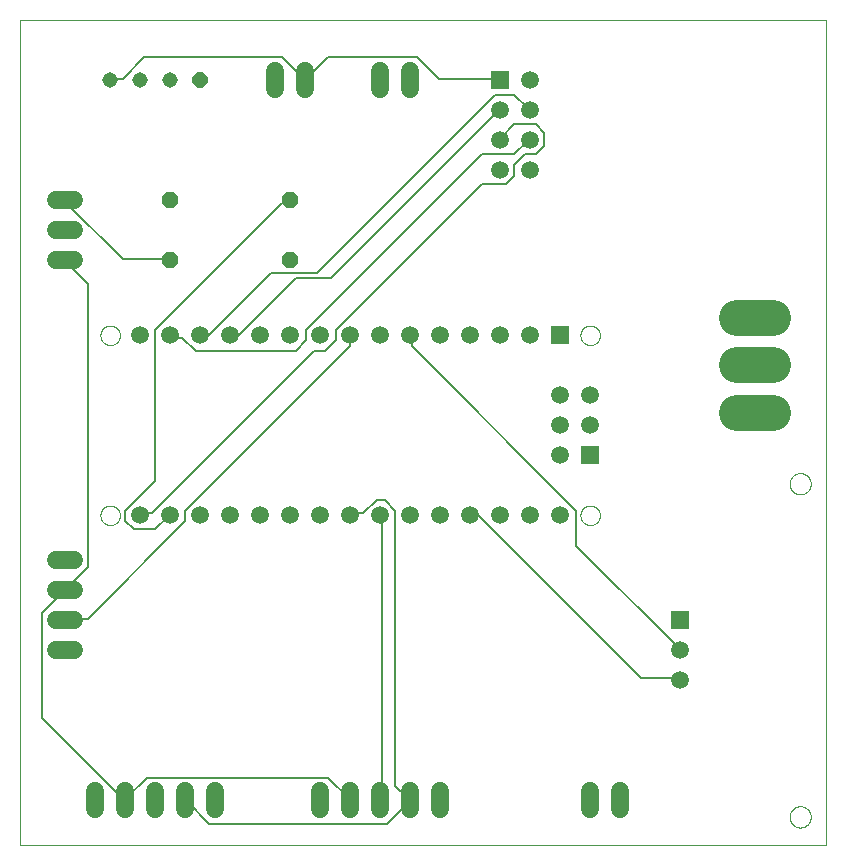
<source format=gbl>
G75*
%MOIN*%
%OFA0B0*%
%FSLAX25Y25*%
%IPPOS*%
%LPD*%
%AMOC8*
5,1,8,0,0,1.08239X$1,22.5*
%
%ADD10C,0.00000*%
%ADD11C,0.06000*%
%ADD12R,0.05937X0.05937*%
%ADD13C,0.05937*%
%ADD14OC8,0.05200*%
%ADD15OC8,0.05150*%
%ADD16C,0.05150*%
%ADD17C,0.11850*%
%ADD18C,0.00600*%
D10*
X0014365Y0001000D02*
X0014365Y0275961D01*
X0283066Y0275961D01*
X0283066Y0001000D01*
X0014365Y0001000D01*
X0041115Y0111000D02*
X0041117Y0111113D01*
X0041123Y0111227D01*
X0041133Y0111340D01*
X0041147Y0111452D01*
X0041164Y0111564D01*
X0041186Y0111676D01*
X0041212Y0111786D01*
X0041241Y0111896D01*
X0041274Y0112004D01*
X0041311Y0112112D01*
X0041352Y0112217D01*
X0041396Y0112322D01*
X0041444Y0112425D01*
X0041495Y0112526D01*
X0041550Y0112625D01*
X0041609Y0112722D01*
X0041671Y0112817D01*
X0041736Y0112910D01*
X0041804Y0113001D01*
X0041875Y0113089D01*
X0041950Y0113175D01*
X0042027Y0113258D01*
X0042107Y0113338D01*
X0042190Y0113415D01*
X0042276Y0113490D01*
X0042364Y0113561D01*
X0042455Y0113629D01*
X0042548Y0113694D01*
X0042643Y0113756D01*
X0042740Y0113815D01*
X0042839Y0113870D01*
X0042940Y0113921D01*
X0043043Y0113969D01*
X0043148Y0114013D01*
X0043253Y0114054D01*
X0043361Y0114091D01*
X0043469Y0114124D01*
X0043579Y0114153D01*
X0043689Y0114179D01*
X0043801Y0114201D01*
X0043913Y0114218D01*
X0044025Y0114232D01*
X0044138Y0114242D01*
X0044252Y0114248D01*
X0044365Y0114250D01*
X0044478Y0114248D01*
X0044592Y0114242D01*
X0044705Y0114232D01*
X0044817Y0114218D01*
X0044929Y0114201D01*
X0045041Y0114179D01*
X0045151Y0114153D01*
X0045261Y0114124D01*
X0045369Y0114091D01*
X0045477Y0114054D01*
X0045582Y0114013D01*
X0045687Y0113969D01*
X0045790Y0113921D01*
X0045891Y0113870D01*
X0045990Y0113815D01*
X0046087Y0113756D01*
X0046182Y0113694D01*
X0046275Y0113629D01*
X0046366Y0113561D01*
X0046454Y0113490D01*
X0046540Y0113415D01*
X0046623Y0113338D01*
X0046703Y0113258D01*
X0046780Y0113175D01*
X0046855Y0113089D01*
X0046926Y0113001D01*
X0046994Y0112910D01*
X0047059Y0112817D01*
X0047121Y0112722D01*
X0047180Y0112625D01*
X0047235Y0112526D01*
X0047286Y0112425D01*
X0047334Y0112322D01*
X0047378Y0112217D01*
X0047419Y0112112D01*
X0047456Y0112004D01*
X0047489Y0111896D01*
X0047518Y0111786D01*
X0047544Y0111676D01*
X0047566Y0111564D01*
X0047583Y0111452D01*
X0047597Y0111340D01*
X0047607Y0111227D01*
X0047613Y0111113D01*
X0047615Y0111000D01*
X0047613Y0110887D01*
X0047607Y0110773D01*
X0047597Y0110660D01*
X0047583Y0110548D01*
X0047566Y0110436D01*
X0047544Y0110324D01*
X0047518Y0110214D01*
X0047489Y0110104D01*
X0047456Y0109996D01*
X0047419Y0109888D01*
X0047378Y0109783D01*
X0047334Y0109678D01*
X0047286Y0109575D01*
X0047235Y0109474D01*
X0047180Y0109375D01*
X0047121Y0109278D01*
X0047059Y0109183D01*
X0046994Y0109090D01*
X0046926Y0108999D01*
X0046855Y0108911D01*
X0046780Y0108825D01*
X0046703Y0108742D01*
X0046623Y0108662D01*
X0046540Y0108585D01*
X0046454Y0108510D01*
X0046366Y0108439D01*
X0046275Y0108371D01*
X0046182Y0108306D01*
X0046087Y0108244D01*
X0045990Y0108185D01*
X0045891Y0108130D01*
X0045790Y0108079D01*
X0045687Y0108031D01*
X0045582Y0107987D01*
X0045477Y0107946D01*
X0045369Y0107909D01*
X0045261Y0107876D01*
X0045151Y0107847D01*
X0045041Y0107821D01*
X0044929Y0107799D01*
X0044817Y0107782D01*
X0044705Y0107768D01*
X0044592Y0107758D01*
X0044478Y0107752D01*
X0044365Y0107750D01*
X0044252Y0107752D01*
X0044138Y0107758D01*
X0044025Y0107768D01*
X0043913Y0107782D01*
X0043801Y0107799D01*
X0043689Y0107821D01*
X0043579Y0107847D01*
X0043469Y0107876D01*
X0043361Y0107909D01*
X0043253Y0107946D01*
X0043148Y0107987D01*
X0043043Y0108031D01*
X0042940Y0108079D01*
X0042839Y0108130D01*
X0042740Y0108185D01*
X0042643Y0108244D01*
X0042548Y0108306D01*
X0042455Y0108371D01*
X0042364Y0108439D01*
X0042276Y0108510D01*
X0042190Y0108585D01*
X0042107Y0108662D01*
X0042027Y0108742D01*
X0041950Y0108825D01*
X0041875Y0108911D01*
X0041804Y0108999D01*
X0041736Y0109090D01*
X0041671Y0109183D01*
X0041609Y0109278D01*
X0041550Y0109375D01*
X0041495Y0109474D01*
X0041444Y0109575D01*
X0041396Y0109678D01*
X0041352Y0109783D01*
X0041311Y0109888D01*
X0041274Y0109996D01*
X0041241Y0110104D01*
X0041212Y0110214D01*
X0041186Y0110324D01*
X0041164Y0110436D01*
X0041147Y0110548D01*
X0041133Y0110660D01*
X0041123Y0110773D01*
X0041117Y0110887D01*
X0041115Y0111000D01*
X0041115Y0171000D02*
X0041117Y0171113D01*
X0041123Y0171227D01*
X0041133Y0171340D01*
X0041147Y0171452D01*
X0041164Y0171564D01*
X0041186Y0171676D01*
X0041212Y0171786D01*
X0041241Y0171896D01*
X0041274Y0172004D01*
X0041311Y0172112D01*
X0041352Y0172217D01*
X0041396Y0172322D01*
X0041444Y0172425D01*
X0041495Y0172526D01*
X0041550Y0172625D01*
X0041609Y0172722D01*
X0041671Y0172817D01*
X0041736Y0172910D01*
X0041804Y0173001D01*
X0041875Y0173089D01*
X0041950Y0173175D01*
X0042027Y0173258D01*
X0042107Y0173338D01*
X0042190Y0173415D01*
X0042276Y0173490D01*
X0042364Y0173561D01*
X0042455Y0173629D01*
X0042548Y0173694D01*
X0042643Y0173756D01*
X0042740Y0173815D01*
X0042839Y0173870D01*
X0042940Y0173921D01*
X0043043Y0173969D01*
X0043148Y0174013D01*
X0043253Y0174054D01*
X0043361Y0174091D01*
X0043469Y0174124D01*
X0043579Y0174153D01*
X0043689Y0174179D01*
X0043801Y0174201D01*
X0043913Y0174218D01*
X0044025Y0174232D01*
X0044138Y0174242D01*
X0044252Y0174248D01*
X0044365Y0174250D01*
X0044478Y0174248D01*
X0044592Y0174242D01*
X0044705Y0174232D01*
X0044817Y0174218D01*
X0044929Y0174201D01*
X0045041Y0174179D01*
X0045151Y0174153D01*
X0045261Y0174124D01*
X0045369Y0174091D01*
X0045477Y0174054D01*
X0045582Y0174013D01*
X0045687Y0173969D01*
X0045790Y0173921D01*
X0045891Y0173870D01*
X0045990Y0173815D01*
X0046087Y0173756D01*
X0046182Y0173694D01*
X0046275Y0173629D01*
X0046366Y0173561D01*
X0046454Y0173490D01*
X0046540Y0173415D01*
X0046623Y0173338D01*
X0046703Y0173258D01*
X0046780Y0173175D01*
X0046855Y0173089D01*
X0046926Y0173001D01*
X0046994Y0172910D01*
X0047059Y0172817D01*
X0047121Y0172722D01*
X0047180Y0172625D01*
X0047235Y0172526D01*
X0047286Y0172425D01*
X0047334Y0172322D01*
X0047378Y0172217D01*
X0047419Y0172112D01*
X0047456Y0172004D01*
X0047489Y0171896D01*
X0047518Y0171786D01*
X0047544Y0171676D01*
X0047566Y0171564D01*
X0047583Y0171452D01*
X0047597Y0171340D01*
X0047607Y0171227D01*
X0047613Y0171113D01*
X0047615Y0171000D01*
X0047613Y0170887D01*
X0047607Y0170773D01*
X0047597Y0170660D01*
X0047583Y0170548D01*
X0047566Y0170436D01*
X0047544Y0170324D01*
X0047518Y0170214D01*
X0047489Y0170104D01*
X0047456Y0169996D01*
X0047419Y0169888D01*
X0047378Y0169783D01*
X0047334Y0169678D01*
X0047286Y0169575D01*
X0047235Y0169474D01*
X0047180Y0169375D01*
X0047121Y0169278D01*
X0047059Y0169183D01*
X0046994Y0169090D01*
X0046926Y0168999D01*
X0046855Y0168911D01*
X0046780Y0168825D01*
X0046703Y0168742D01*
X0046623Y0168662D01*
X0046540Y0168585D01*
X0046454Y0168510D01*
X0046366Y0168439D01*
X0046275Y0168371D01*
X0046182Y0168306D01*
X0046087Y0168244D01*
X0045990Y0168185D01*
X0045891Y0168130D01*
X0045790Y0168079D01*
X0045687Y0168031D01*
X0045582Y0167987D01*
X0045477Y0167946D01*
X0045369Y0167909D01*
X0045261Y0167876D01*
X0045151Y0167847D01*
X0045041Y0167821D01*
X0044929Y0167799D01*
X0044817Y0167782D01*
X0044705Y0167768D01*
X0044592Y0167758D01*
X0044478Y0167752D01*
X0044365Y0167750D01*
X0044252Y0167752D01*
X0044138Y0167758D01*
X0044025Y0167768D01*
X0043913Y0167782D01*
X0043801Y0167799D01*
X0043689Y0167821D01*
X0043579Y0167847D01*
X0043469Y0167876D01*
X0043361Y0167909D01*
X0043253Y0167946D01*
X0043148Y0167987D01*
X0043043Y0168031D01*
X0042940Y0168079D01*
X0042839Y0168130D01*
X0042740Y0168185D01*
X0042643Y0168244D01*
X0042548Y0168306D01*
X0042455Y0168371D01*
X0042364Y0168439D01*
X0042276Y0168510D01*
X0042190Y0168585D01*
X0042107Y0168662D01*
X0042027Y0168742D01*
X0041950Y0168825D01*
X0041875Y0168911D01*
X0041804Y0168999D01*
X0041736Y0169090D01*
X0041671Y0169183D01*
X0041609Y0169278D01*
X0041550Y0169375D01*
X0041495Y0169474D01*
X0041444Y0169575D01*
X0041396Y0169678D01*
X0041352Y0169783D01*
X0041311Y0169888D01*
X0041274Y0169996D01*
X0041241Y0170104D01*
X0041212Y0170214D01*
X0041186Y0170324D01*
X0041164Y0170436D01*
X0041147Y0170548D01*
X0041133Y0170660D01*
X0041123Y0170773D01*
X0041117Y0170887D01*
X0041115Y0171000D01*
X0201115Y0171000D02*
X0201117Y0171113D01*
X0201123Y0171227D01*
X0201133Y0171340D01*
X0201147Y0171452D01*
X0201164Y0171564D01*
X0201186Y0171676D01*
X0201212Y0171786D01*
X0201241Y0171896D01*
X0201274Y0172004D01*
X0201311Y0172112D01*
X0201352Y0172217D01*
X0201396Y0172322D01*
X0201444Y0172425D01*
X0201495Y0172526D01*
X0201550Y0172625D01*
X0201609Y0172722D01*
X0201671Y0172817D01*
X0201736Y0172910D01*
X0201804Y0173001D01*
X0201875Y0173089D01*
X0201950Y0173175D01*
X0202027Y0173258D01*
X0202107Y0173338D01*
X0202190Y0173415D01*
X0202276Y0173490D01*
X0202364Y0173561D01*
X0202455Y0173629D01*
X0202548Y0173694D01*
X0202643Y0173756D01*
X0202740Y0173815D01*
X0202839Y0173870D01*
X0202940Y0173921D01*
X0203043Y0173969D01*
X0203148Y0174013D01*
X0203253Y0174054D01*
X0203361Y0174091D01*
X0203469Y0174124D01*
X0203579Y0174153D01*
X0203689Y0174179D01*
X0203801Y0174201D01*
X0203913Y0174218D01*
X0204025Y0174232D01*
X0204138Y0174242D01*
X0204252Y0174248D01*
X0204365Y0174250D01*
X0204478Y0174248D01*
X0204592Y0174242D01*
X0204705Y0174232D01*
X0204817Y0174218D01*
X0204929Y0174201D01*
X0205041Y0174179D01*
X0205151Y0174153D01*
X0205261Y0174124D01*
X0205369Y0174091D01*
X0205477Y0174054D01*
X0205582Y0174013D01*
X0205687Y0173969D01*
X0205790Y0173921D01*
X0205891Y0173870D01*
X0205990Y0173815D01*
X0206087Y0173756D01*
X0206182Y0173694D01*
X0206275Y0173629D01*
X0206366Y0173561D01*
X0206454Y0173490D01*
X0206540Y0173415D01*
X0206623Y0173338D01*
X0206703Y0173258D01*
X0206780Y0173175D01*
X0206855Y0173089D01*
X0206926Y0173001D01*
X0206994Y0172910D01*
X0207059Y0172817D01*
X0207121Y0172722D01*
X0207180Y0172625D01*
X0207235Y0172526D01*
X0207286Y0172425D01*
X0207334Y0172322D01*
X0207378Y0172217D01*
X0207419Y0172112D01*
X0207456Y0172004D01*
X0207489Y0171896D01*
X0207518Y0171786D01*
X0207544Y0171676D01*
X0207566Y0171564D01*
X0207583Y0171452D01*
X0207597Y0171340D01*
X0207607Y0171227D01*
X0207613Y0171113D01*
X0207615Y0171000D01*
X0207613Y0170887D01*
X0207607Y0170773D01*
X0207597Y0170660D01*
X0207583Y0170548D01*
X0207566Y0170436D01*
X0207544Y0170324D01*
X0207518Y0170214D01*
X0207489Y0170104D01*
X0207456Y0169996D01*
X0207419Y0169888D01*
X0207378Y0169783D01*
X0207334Y0169678D01*
X0207286Y0169575D01*
X0207235Y0169474D01*
X0207180Y0169375D01*
X0207121Y0169278D01*
X0207059Y0169183D01*
X0206994Y0169090D01*
X0206926Y0168999D01*
X0206855Y0168911D01*
X0206780Y0168825D01*
X0206703Y0168742D01*
X0206623Y0168662D01*
X0206540Y0168585D01*
X0206454Y0168510D01*
X0206366Y0168439D01*
X0206275Y0168371D01*
X0206182Y0168306D01*
X0206087Y0168244D01*
X0205990Y0168185D01*
X0205891Y0168130D01*
X0205790Y0168079D01*
X0205687Y0168031D01*
X0205582Y0167987D01*
X0205477Y0167946D01*
X0205369Y0167909D01*
X0205261Y0167876D01*
X0205151Y0167847D01*
X0205041Y0167821D01*
X0204929Y0167799D01*
X0204817Y0167782D01*
X0204705Y0167768D01*
X0204592Y0167758D01*
X0204478Y0167752D01*
X0204365Y0167750D01*
X0204252Y0167752D01*
X0204138Y0167758D01*
X0204025Y0167768D01*
X0203913Y0167782D01*
X0203801Y0167799D01*
X0203689Y0167821D01*
X0203579Y0167847D01*
X0203469Y0167876D01*
X0203361Y0167909D01*
X0203253Y0167946D01*
X0203148Y0167987D01*
X0203043Y0168031D01*
X0202940Y0168079D01*
X0202839Y0168130D01*
X0202740Y0168185D01*
X0202643Y0168244D01*
X0202548Y0168306D01*
X0202455Y0168371D01*
X0202364Y0168439D01*
X0202276Y0168510D01*
X0202190Y0168585D01*
X0202107Y0168662D01*
X0202027Y0168742D01*
X0201950Y0168825D01*
X0201875Y0168911D01*
X0201804Y0168999D01*
X0201736Y0169090D01*
X0201671Y0169183D01*
X0201609Y0169278D01*
X0201550Y0169375D01*
X0201495Y0169474D01*
X0201444Y0169575D01*
X0201396Y0169678D01*
X0201352Y0169783D01*
X0201311Y0169888D01*
X0201274Y0169996D01*
X0201241Y0170104D01*
X0201212Y0170214D01*
X0201186Y0170324D01*
X0201164Y0170436D01*
X0201147Y0170548D01*
X0201133Y0170660D01*
X0201123Y0170773D01*
X0201117Y0170887D01*
X0201115Y0171000D01*
X0201115Y0111000D02*
X0201117Y0111113D01*
X0201123Y0111227D01*
X0201133Y0111340D01*
X0201147Y0111452D01*
X0201164Y0111564D01*
X0201186Y0111676D01*
X0201212Y0111786D01*
X0201241Y0111896D01*
X0201274Y0112004D01*
X0201311Y0112112D01*
X0201352Y0112217D01*
X0201396Y0112322D01*
X0201444Y0112425D01*
X0201495Y0112526D01*
X0201550Y0112625D01*
X0201609Y0112722D01*
X0201671Y0112817D01*
X0201736Y0112910D01*
X0201804Y0113001D01*
X0201875Y0113089D01*
X0201950Y0113175D01*
X0202027Y0113258D01*
X0202107Y0113338D01*
X0202190Y0113415D01*
X0202276Y0113490D01*
X0202364Y0113561D01*
X0202455Y0113629D01*
X0202548Y0113694D01*
X0202643Y0113756D01*
X0202740Y0113815D01*
X0202839Y0113870D01*
X0202940Y0113921D01*
X0203043Y0113969D01*
X0203148Y0114013D01*
X0203253Y0114054D01*
X0203361Y0114091D01*
X0203469Y0114124D01*
X0203579Y0114153D01*
X0203689Y0114179D01*
X0203801Y0114201D01*
X0203913Y0114218D01*
X0204025Y0114232D01*
X0204138Y0114242D01*
X0204252Y0114248D01*
X0204365Y0114250D01*
X0204478Y0114248D01*
X0204592Y0114242D01*
X0204705Y0114232D01*
X0204817Y0114218D01*
X0204929Y0114201D01*
X0205041Y0114179D01*
X0205151Y0114153D01*
X0205261Y0114124D01*
X0205369Y0114091D01*
X0205477Y0114054D01*
X0205582Y0114013D01*
X0205687Y0113969D01*
X0205790Y0113921D01*
X0205891Y0113870D01*
X0205990Y0113815D01*
X0206087Y0113756D01*
X0206182Y0113694D01*
X0206275Y0113629D01*
X0206366Y0113561D01*
X0206454Y0113490D01*
X0206540Y0113415D01*
X0206623Y0113338D01*
X0206703Y0113258D01*
X0206780Y0113175D01*
X0206855Y0113089D01*
X0206926Y0113001D01*
X0206994Y0112910D01*
X0207059Y0112817D01*
X0207121Y0112722D01*
X0207180Y0112625D01*
X0207235Y0112526D01*
X0207286Y0112425D01*
X0207334Y0112322D01*
X0207378Y0112217D01*
X0207419Y0112112D01*
X0207456Y0112004D01*
X0207489Y0111896D01*
X0207518Y0111786D01*
X0207544Y0111676D01*
X0207566Y0111564D01*
X0207583Y0111452D01*
X0207597Y0111340D01*
X0207607Y0111227D01*
X0207613Y0111113D01*
X0207615Y0111000D01*
X0207613Y0110887D01*
X0207607Y0110773D01*
X0207597Y0110660D01*
X0207583Y0110548D01*
X0207566Y0110436D01*
X0207544Y0110324D01*
X0207518Y0110214D01*
X0207489Y0110104D01*
X0207456Y0109996D01*
X0207419Y0109888D01*
X0207378Y0109783D01*
X0207334Y0109678D01*
X0207286Y0109575D01*
X0207235Y0109474D01*
X0207180Y0109375D01*
X0207121Y0109278D01*
X0207059Y0109183D01*
X0206994Y0109090D01*
X0206926Y0108999D01*
X0206855Y0108911D01*
X0206780Y0108825D01*
X0206703Y0108742D01*
X0206623Y0108662D01*
X0206540Y0108585D01*
X0206454Y0108510D01*
X0206366Y0108439D01*
X0206275Y0108371D01*
X0206182Y0108306D01*
X0206087Y0108244D01*
X0205990Y0108185D01*
X0205891Y0108130D01*
X0205790Y0108079D01*
X0205687Y0108031D01*
X0205582Y0107987D01*
X0205477Y0107946D01*
X0205369Y0107909D01*
X0205261Y0107876D01*
X0205151Y0107847D01*
X0205041Y0107821D01*
X0204929Y0107799D01*
X0204817Y0107782D01*
X0204705Y0107768D01*
X0204592Y0107758D01*
X0204478Y0107752D01*
X0204365Y0107750D01*
X0204252Y0107752D01*
X0204138Y0107758D01*
X0204025Y0107768D01*
X0203913Y0107782D01*
X0203801Y0107799D01*
X0203689Y0107821D01*
X0203579Y0107847D01*
X0203469Y0107876D01*
X0203361Y0107909D01*
X0203253Y0107946D01*
X0203148Y0107987D01*
X0203043Y0108031D01*
X0202940Y0108079D01*
X0202839Y0108130D01*
X0202740Y0108185D01*
X0202643Y0108244D01*
X0202548Y0108306D01*
X0202455Y0108371D01*
X0202364Y0108439D01*
X0202276Y0108510D01*
X0202190Y0108585D01*
X0202107Y0108662D01*
X0202027Y0108742D01*
X0201950Y0108825D01*
X0201875Y0108911D01*
X0201804Y0108999D01*
X0201736Y0109090D01*
X0201671Y0109183D01*
X0201609Y0109278D01*
X0201550Y0109375D01*
X0201495Y0109474D01*
X0201444Y0109575D01*
X0201396Y0109678D01*
X0201352Y0109783D01*
X0201311Y0109888D01*
X0201274Y0109996D01*
X0201241Y0110104D01*
X0201212Y0110214D01*
X0201186Y0110324D01*
X0201164Y0110436D01*
X0201147Y0110548D01*
X0201133Y0110660D01*
X0201123Y0110773D01*
X0201117Y0110887D01*
X0201115Y0111000D01*
X0270822Y0121512D02*
X0270824Y0121630D01*
X0270830Y0121749D01*
X0270840Y0121867D01*
X0270854Y0121984D01*
X0270871Y0122101D01*
X0270893Y0122218D01*
X0270919Y0122333D01*
X0270948Y0122448D01*
X0270981Y0122562D01*
X0271018Y0122674D01*
X0271059Y0122785D01*
X0271103Y0122895D01*
X0271151Y0123003D01*
X0271203Y0123110D01*
X0271258Y0123215D01*
X0271317Y0123318D01*
X0271379Y0123418D01*
X0271444Y0123517D01*
X0271513Y0123614D01*
X0271584Y0123708D01*
X0271659Y0123799D01*
X0271737Y0123889D01*
X0271818Y0123975D01*
X0271902Y0124059D01*
X0271988Y0124140D01*
X0272078Y0124218D01*
X0272169Y0124293D01*
X0272263Y0124364D01*
X0272360Y0124433D01*
X0272459Y0124498D01*
X0272559Y0124560D01*
X0272662Y0124619D01*
X0272767Y0124674D01*
X0272874Y0124726D01*
X0272982Y0124774D01*
X0273092Y0124818D01*
X0273203Y0124859D01*
X0273315Y0124896D01*
X0273429Y0124929D01*
X0273544Y0124958D01*
X0273659Y0124984D01*
X0273776Y0125006D01*
X0273893Y0125023D01*
X0274010Y0125037D01*
X0274128Y0125047D01*
X0274247Y0125053D01*
X0274365Y0125055D01*
X0274483Y0125053D01*
X0274602Y0125047D01*
X0274720Y0125037D01*
X0274837Y0125023D01*
X0274954Y0125006D01*
X0275071Y0124984D01*
X0275186Y0124958D01*
X0275301Y0124929D01*
X0275415Y0124896D01*
X0275527Y0124859D01*
X0275638Y0124818D01*
X0275748Y0124774D01*
X0275856Y0124726D01*
X0275963Y0124674D01*
X0276068Y0124619D01*
X0276171Y0124560D01*
X0276271Y0124498D01*
X0276370Y0124433D01*
X0276467Y0124364D01*
X0276561Y0124293D01*
X0276652Y0124218D01*
X0276742Y0124140D01*
X0276828Y0124059D01*
X0276912Y0123975D01*
X0276993Y0123889D01*
X0277071Y0123799D01*
X0277146Y0123708D01*
X0277217Y0123614D01*
X0277286Y0123517D01*
X0277351Y0123418D01*
X0277413Y0123318D01*
X0277472Y0123215D01*
X0277527Y0123110D01*
X0277579Y0123003D01*
X0277627Y0122895D01*
X0277671Y0122785D01*
X0277712Y0122674D01*
X0277749Y0122562D01*
X0277782Y0122448D01*
X0277811Y0122333D01*
X0277837Y0122218D01*
X0277859Y0122101D01*
X0277876Y0121984D01*
X0277890Y0121867D01*
X0277900Y0121749D01*
X0277906Y0121630D01*
X0277908Y0121512D01*
X0277906Y0121394D01*
X0277900Y0121275D01*
X0277890Y0121157D01*
X0277876Y0121040D01*
X0277859Y0120923D01*
X0277837Y0120806D01*
X0277811Y0120691D01*
X0277782Y0120576D01*
X0277749Y0120462D01*
X0277712Y0120350D01*
X0277671Y0120239D01*
X0277627Y0120129D01*
X0277579Y0120021D01*
X0277527Y0119914D01*
X0277472Y0119809D01*
X0277413Y0119706D01*
X0277351Y0119606D01*
X0277286Y0119507D01*
X0277217Y0119410D01*
X0277146Y0119316D01*
X0277071Y0119225D01*
X0276993Y0119135D01*
X0276912Y0119049D01*
X0276828Y0118965D01*
X0276742Y0118884D01*
X0276652Y0118806D01*
X0276561Y0118731D01*
X0276467Y0118660D01*
X0276370Y0118591D01*
X0276271Y0118526D01*
X0276171Y0118464D01*
X0276068Y0118405D01*
X0275963Y0118350D01*
X0275856Y0118298D01*
X0275748Y0118250D01*
X0275638Y0118206D01*
X0275527Y0118165D01*
X0275415Y0118128D01*
X0275301Y0118095D01*
X0275186Y0118066D01*
X0275071Y0118040D01*
X0274954Y0118018D01*
X0274837Y0118001D01*
X0274720Y0117987D01*
X0274602Y0117977D01*
X0274483Y0117971D01*
X0274365Y0117969D01*
X0274247Y0117971D01*
X0274128Y0117977D01*
X0274010Y0117987D01*
X0273893Y0118001D01*
X0273776Y0118018D01*
X0273659Y0118040D01*
X0273544Y0118066D01*
X0273429Y0118095D01*
X0273315Y0118128D01*
X0273203Y0118165D01*
X0273092Y0118206D01*
X0272982Y0118250D01*
X0272874Y0118298D01*
X0272767Y0118350D01*
X0272662Y0118405D01*
X0272559Y0118464D01*
X0272459Y0118526D01*
X0272360Y0118591D01*
X0272263Y0118660D01*
X0272169Y0118731D01*
X0272078Y0118806D01*
X0271988Y0118884D01*
X0271902Y0118965D01*
X0271818Y0119049D01*
X0271737Y0119135D01*
X0271659Y0119225D01*
X0271584Y0119316D01*
X0271513Y0119410D01*
X0271444Y0119507D01*
X0271379Y0119606D01*
X0271317Y0119706D01*
X0271258Y0119809D01*
X0271203Y0119914D01*
X0271151Y0120021D01*
X0271103Y0120129D01*
X0271059Y0120239D01*
X0271018Y0120350D01*
X0270981Y0120462D01*
X0270948Y0120576D01*
X0270919Y0120691D01*
X0270893Y0120806D01*
X0270871Y0120923D01*
X0270854Y0121040D01*
X0270840Y0121157D01*
X0270830Y0121275D01*
X0270824Y0121394D01*
X0270822Y0121512D01*
X0270822Y0010488D02*
X0270824Y0010606D01*
X0270830Y0010725D01*
X0270840Y0010843D01*
X0270854Y0010960D01*
X0270871Y0011077D01*
X0270893Y0011194D01*
X0270919Y0011309D01*
X0270948Y0011424D01*
X0270981Y0011538D01*
X0271018Y0011650D01*
X0271059Y0011761D01*
X0271103Y0011871D01*
X0271151Y0011979D01*
X0271203Y0012086D01*
X0271258Y0012191D01*
X0271317Y0012294D01*
X0271379Y0012394D01*
X0271444Y0012493D01*
X0271513Y0012590D01*
X0271584Y0012684D01*
X0271659Y0012775D01*
X0271737Y0012865D01*
X0271818Y0012951D01*
X0271902Y0013035D01*
X0271988Y0013116D01*
X0272078Y0013194D01*
X0272169Y0013269D01*
X0272263Y0013340D01*
X0272360Y0013409D01*
X0272459Y0013474D01*
X0272559Y0013536D01*
X0272662Y0013595D01*
X0272767Y0013650D01*
X0272874Y0013702D01*
X0272982Y0013750D01*
X0273092Y0013794D01*
X0273203Y0013835D01*
X0273315Y0013872D01*
X0273429Y0013905D01*
X0273544Y0013934D01*
X0273659Y0013960D01*
X0273776Y0013982D01*
X0273893Y0013999D01*
X0274010Y0014013D01*
X0274128Y0014023D01*
X0274247Y0014029D01*
X0274365Y0014031D01*
X0274483Y0014029D01*
X0274602Y0014023D01*
X0274720Y0014013D01*
X0274837Y0013999D01*
X0274954Y0013982D01*
X0275071Y0013960D01*
X0275186Y0013934D01*
X0275301Y0013905D01*
X0275415Y0013872D01*
X0275527Y0013835D01*
X0275638Y0013794D01*
X0275748Y0013750D01*
X0275856Y0013702D01*
X0275963Y0013650D01*
X0276068Y0013595D01*
X0276171Y0013536D01*
X0276271Y0013474D01*
X0276370Y0013409D01*
X0276467Y0013340D01*
X0276561Y0013269D01*
X0276652Y0013194D01*
X0276742Y0013116D01*
X0276828Y0013035D01*
X0276912Y0012951D01*
X0276993Y0012865D01*
X0277071Y0012775D01*
X0277146Y0012684D01*
X0277217Y0012590D01*
X0277286Y0012493D01*
X0277351Y0012394D01*
X0277413Y0012294D01*
X0277472Y0012191D01*
X0277527Y0012086D01*
X0277579Y0011979D01*
X0277627Y0011871D01*
X0277671Y0011761D01*
X0277712Y0011650D01*
X0277749Y0011538D01*
X0277782Y0011424D01*
X0277811Y0011309D01*
X0277837Y0011194D01*
X0277859Y0011077D01*
X0277876Y0010960D01*
X0277890Y0010843D01*
X0277900Y0010725D01*
X0277906Y0010606D01*
X0277908Y0010488D01*
X0277906Y0010370D01*
X0277900Y0010251D01*
X0277890Y0010133D01*
X0277876Y0010016D01*
X0277859Y0009899D01*
X0277837Y0009782D01*
X0277811Y0009667D01*
X0277782Y0009552D01*
X0277749Y0009438D01*
X0277712Y0009326D01*
X0277671Y0009215D01*
X0277627Y0009105D01*
X0277579Y0008997D01*
X0277527Y0008890D01*
X0277472Y0008785D01*
X0277413Y0008682D01*
X0277351Y0008582D01*
X0277286Y0008483D01*
X0277217Y0008386D01*
X0277146Y0008292D01*
X0277071Y0008201D01*
X0276993Y0008111D01*
X0276912Y0008025D01*
X0276828Y0007941D01*
X0276742Y0007860D01*
X0276652Y0007782D01*
X0276561Y0007707D01*
X0276467Y0007636D01*
X0276370Y0007567D01*
X0276271Y0007502D01*
X0276171Y0007440D01*
X0276068Y0007381D01*
X0275963Y0007326D01*
X0275856Y0007274D01*
X0275748Y0007226D01*
X0275638Y0007182D01*
X0275527Y0007141D01*
X0275415Y0007104D01*
X0275301Y0007071D01*
X0275186Y0007042D01*
X0275071Y0007016D01*
X0274954Y0006994D01*
X0274837Y0006977D01*
X0274720Y0006963D01*
X0274602Y0006953D01*
X0274483Y0006947D01*
X0274365Y0006945D01*
X0274247Y0006947D01*
X0274128Y0006953D01*
X0274010Y0006963D01*
X0273893Y0006977D01*
X0273776Y0006994D01*
X0273659Y0007016D01*
X0273544Y0007042D01*
X0273429Y0007071D01*
X0273315Y0007104D01*
X0273203Y0007141D01*
X0273092Y0007182D01*
X0272982Y0007226D01*
X0272874Y0007274D01*
X0272767Y0007326D01*
X0272662Y0007381D01*
X0272559Y0007440D01*
X0272459Y0007502D01*
X0272360Y0007567D01*
X0272263Y0007636D01*
X0272169Y0007707D01*
X0272078Y0007782D01*
X0271988Y0007860D01*
X0271902Y0007941D01*
X0271818Y0008025D01*
X0271737Y0008111D01*
X0271659Y0008201D01*
X0271584Y0008292D01*
X0271513Y0008386D01*
X0271444Y0008483D01*
X0271379Y0008582D01*
X0271317Y0008682D01*
X0271258Y0008785D01*
X0271203Y0008890D01*
X0271151Y0008997D01*
X0271103Y0009105D01*
X0271059Y0009215D01*
X0271018Y0009326D01*
X0270981Y0009438D01*
X0270948Y0009552D01*
X0270919Y0009667D01*
X0270893Y0009782D01*
X0270871Y0009899D01*
X0270854Y0010016D01*
X0270840Y0010133D01*
X0270830Y0010251D01*
X0270824Y0010370D01*
X0270822Y0010488D01*
D11*
X0214365Y0013000D02*
X0214365Y0019000D01*
X0204365Y0019000D02*
X0204365Y0013000D01*
X0154365Y0013000D02*
X0154365Y0019000D01*
X0144365Y0019000D02*
X0144365Y0013000D01*
X0134365Y0013000D02*
X0134365Y0019000D01*
X0124365Y0019000D02*
X0124365Y0013000D01*
X0114365Y0013000D02*
X0114365Y0019000D01*
X0079365Y0019000D02*
X0079365Y0013000D01*
X0069365Y0013000D02*
X0069365Y0019000D01*
X0059365Y0019000D02*
X0059365Y0013000D01*
X0049365Y0013000D02*
X0049365Y0019000D01*
X0039365Y0019000D02*
X0039365Y0013000D01*
X0032365Y0066000D02*
X0026365Y0066000D01*
X0026365Y0076000D02*
X0032365Y0076000D01*
X0032365Y0086000D02*
X0026365Y0086000D01*
X0026365Y0096000D02*
X0032365Y0096000D01*
X0032365Y0196000D02*
X0026365Y0196000D01*
X0026365Y0206000D02*
X0032365Y0206000D01*
X0032365Y0216000D02*
X0026365Y0216000D01*
X0099365Y0253000D02*
X0099365Y0259000D01*
X0109365Y0259000D02*
X0109365Y0253000D01*
X0134365Y0253000D02*
X0134365Y0259000D01*
X0144365Y0259000D02*
X0144365Y0253000D01*
D12*
X0174365Y0256000D03*
X0194365Y0171000D03*
X0204365Y0131000D03*
X0234365Y0076000D03*
D13*
X0234365Y0066000D03*
X0234365Y0056000D03*
X0194365Y0111000D03*
X0184365Y0111000D03*
X0174365Y0111000D03*
X0164365Y0111000D03*
X0154365Y0111000D03*
X0144365Y0111000D03*
X0134365Y0111000D03*
X0124365Y0111000D03*
X0114365Y0111000D03*
X0104365Y0111000D03*
X0094365Y0111000D03*
X0084365Y0111000D03*
X0074365Y0111000D03*
X0064365Y0111000D03*
X0054365Y0111000D03*
X0054365Y0171000D03*
X0064365Y0171000D03*
X0074365Y0171000D03*
X0084365Y0171000D03*
X0094365Y0171000D03*
X0104365Y0171000D03*
X0114365Y0171000D03*
X0124365Y0171000D03*
X0134365Y0171000D03*
X0144365Y0171000D03*
X0154365Y0171000D03*
X0164365Y0171000D03*
X0174365Y0171000D03*
X0184365Y0171000D03*
X0194365Y0151000D03*
X0204365Y0151000D03*
X0204365Y0141000D03*
X0194365Y0141000D03*
X0194365Y0131000D03*
X0184365Y0226000D03*
X0174365Y0226000D03*
X0174365Y0236000D03*
X0184365Y0236000D03*
X0184365Y0246000D03*
X0174365Y0246000D03*
X0184365Y0256000D03*
D14*
X0104365Y0216000D03*
X0104365Y0196000D03*
X0064365Y0196000D03*
X0064365Y0216000D03*
D15*
X0074365Y0256000D03*
D16*
X0064365Y0256000D03*
X0054365Y0256000D03*
X0044365Y0256000D03*
D17*
X0253440Y0176800D02*
X0265290Y0176800D01*
X0265290Y0161000D02*
X0253440Y0161000D01*
X0253440Y0145200D02*
X0265290Y0145200D01*
D18*
X0199765Y0112600D02*
X0199765Y0100900D01*
X0233965Y0066700D01*
X0234365Y0066000D01*
X0233965Y0056800D02*
X0234365Y0056000D01*
X0233965Y0056800D02*
X0221365Y0056800D01*
X0167365Y0110800D01*
X0164665Y0110800D01*
X0164365Y0111000D01*
X0139465Y0112600D02*
X0139465Y0020800D01*
X0143965Y0016300D01*
X0144365Y0016000D01*
X0143965Y0015400D01*
X0136765Y0008200D01*
X0077365Y0008200D01*
X0070165Y0015400D01*
X0069365Y0016000D01*
X0056665Y0023500D02*
X0049465Y0016300D01*
X0049365Y0016000D01*
X0048565Y0016300D01*
X0021565Y0043300D01*
X0021565Y0078400D01*
X0028765Y0085600D01*
X0029365Y0086000D01*
X0029665Y0086500D01*
X0036865Y0093700D01*
X0036865Y0188200D01*
X0029665Y0195400D01*
X0029365Y0196000D01*
X0029665Y0215200D02*
X0048565Y0196300D01*
X0063865Y0196300D01*
X0064365Y0196000D01*
X0059365Y0172900D02*
X0059365Y0122500D01*
X0049465Y0112600D01*
X0049465Y0109000D01*
X0052165Y0106300D01*
X0059365Y0106300D01*
X0063865Y0110800D01*
X0064365Y0111000D01*
X0069265Y0112600D02*
X0069265Y0109000D01*
X0036865Y0076600D01*
X0029665Y0076600D01*
X0029365Y0076000D01*
X0054365Y0111000D02*
X0054865Y0111700D01*
X0058465Y0111700D01*
X0112465Y0165700D01*
X0116065Y0165700D01*
X0119665Y0169300D01*
X0119665Y0172900D01*
X0168265Y0221500D01*
X0176365Y0221500D01*
X0179065Y0224200D01*
X0179065Y0227800D01*
X0182665Y0231400D01*
X0186265Y0231400D01*
X0188965Y0234100D01*
X0188965Y0238600D01*
X0186265Y0241300D01*
X0179065Y0241300D01*
X0174565Y0236800D01*
X0174365Y0236000D01*
X0179065Y0231400D02*
X0183565Y0235900D01*
X0184365Y0236000D01*
X0179065Y0231400D02*
X0168265Y0231400D01*
X0109765Y0172900D01*
X0109765Y0169300D01*
X0106165Y0165700D01*
X0072865Y0165700D01*
X0068365Y0170200D01*
X0064765Y0170200D01*
X0064365Y0171000D01*
X0059365Y0172900D02*
X0101665Y0215200D01*
X0104365Y0215200D01*
X0104365Y0216000D01*
X0098065Y0191800D02*
X0113365Y0191800D01*
X0172765Y0251200D01*
X0179065Y0251200D01*
X0183565Y0246700D01*
X0184365Y0246000D01*
X0174365Y0246000D02*
X0173665Y0245800D01*
X0117865Y0190000D01*
X0106165Y0190000D01*
X0087265Y0171100D01*
X0084565Y0171100D01*
X0084365Y0171000D01*
X0077365Y0171100D02*
X0098065Y0191800D01*
X0077365Y0171100D02*
X0074665Y0171100D01*
X0074365Y0171000D01*
X0124165Y0170200D02*
X0124165Y0167500D01*
X0069265Y0112600D01*
X0124365Y0111000D02*
X0125065Y0111700D01*
X0128665Y0111700D01*
X0133165Y0116200D01*
X0135865Y0116200D01*
X0139465Y0112600D01*
X0134965Y0110800D02*
X0134365Y0111000D01*
X0134965Y0110800D02*
X0134965Y0016300D01*
X0134365Y0016000D01*
X0124365Y0016000D02*
X0124165Y0016300D01*
X0116965Y0023500D01*
X0056665Y0023500D01*
X0199765Y0112600D02*
X0144865Y0167500D01*
X0144865Y0170200D01*
X0144365Y0171000D01*
X0124365Y0171000D02*
X0124165Y0170200D01*
X0029665Y0215200D02*
X0029365Y0216000D01*
X0044365Y0256000D02*
X0044965Y0256600D01*
X0048565Y0256600D01*
X0055765Y0263800D01*
X0101665Y0263800D01*
X0108865Y0256600D01*
X0109365Y0256000D01*
X0109765Y0256600D01*
X0116965Y0263800D01*
X0146665Y0263800D01*
X0153865Y0256600D01*
X0173665Y0256600D01*
X0174365Y0256000D01*
M02*

</source>
